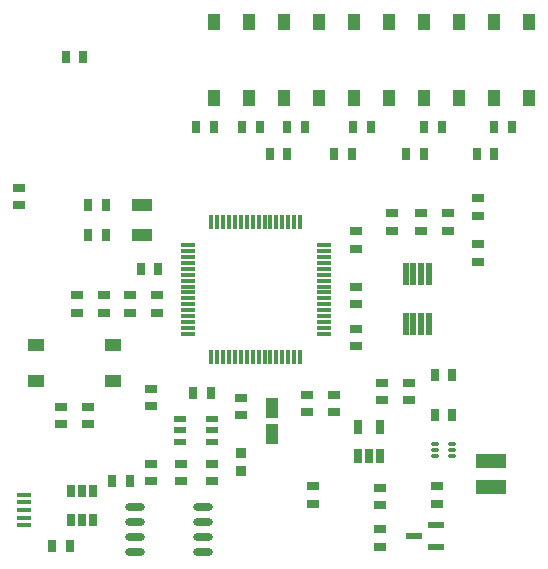
<source format=gtp>
G04*
G04 #@! TF.GenerationSoftware,Altium Limited,Altium Designer,22.8.2 (66)*
G04*
G04 Layer_Color=8421504*
%FSLAX25Y25*%
%MOIN*%
G70*
G04*
G04 #@! TF.SameCoordinates,4F58F9C0-C404-4AA8-A12D-09E9B3034F0A*
G04*
G04*
G04 #@! TF.FilePolarity,Positive*
G04*
G01*
G75*
%ADD18R,0.05512X0.04331*%
%ADD19R,0.02000X0.07700*%
%ADD20R,0.03937X0.03150*%
%ADD21R,0.04331X0.05512*%
%ADD22R,0.03150X0.03937*%
%ADD23R,0.01181X0.04724*%
%ADD24R,0.04724X0.01181*%
%ADD25R,0.07087X0.03937*%
%ADD26R,0.04921X0.01575*%
%ADD27O,0.06693X0.02362*%
%ADD28R,0.02756X0.03937*%
%ADD29R,0.05512X0.02362*%
%ADD30R,0.03543X0.03543*%
G04:AMPARAMS|DCode=31|XSize=26.38mil|YSize=11.81mil|CornerRadius=1.95mil|HoleSize=0mil|Usage=FLASHONLY|Rotation=0.000|XOffset=0mil|YOffset=0mil|HoleType=Round|Shape=RoundedRectangle|*
%AMROUNDEDRECTD31*
21,1,0.02638,0.00791,0,0,0.0*
21,1,0.02248,0.01181,0,0,0.0*
1,1,0.00390,0.01124,-0.00396*
1,1,0.00390,-0.01124,-0.00396*
1,1,0.00390,-0.01124,0.00396*
1,1,0.00390,0.01124,0.00396*
%
%ADD31ROUNDEDRECTD31*%
%ADD32R,0.09843X0.04724*%
%ADD33R,0.02756X0.05118*%
%ADD34R,0.03937X0.02362*%
%ADD35R,0.04331X0.06693*%
D18*
X310705Y290905D02*
D03*
X336295D02*
D03*
X310705Y279095D02*
D03*
X336295D02*
D03*
D19*
X433856Y314794D02*
D03*
X436456D02*
D03*
X439056D02*
D03*
X441656D02*
D03*
Y297994D02*
D03*
X439056D02*
D03*
X436456D02*
D03*
X433856D02*
D03*
D20*
X359000Y251453D02*
D03*
Y245547D02*
D03*
X458000Y324500D02*
D03*
Y318595D02*
D03*
X369500Y251453D02*
D03*
Y245547D02*
D03*
X328000Y264547D02*
D03*
Y270453D02*
D03*
X417256Y296394D02*
D03*
Y290488D02*
D03*
Y310394D02*
D03*
Y304488D02*
D03*
X417500Y328953D02*
D03*
Y323047D02*
D03*
X429500Y334953D02*
D03*
Y329047D02*
D03*
X439000Y334953D02*
D03*
Y329047D02*
D03*
X448000Y334953D02*
D03*
Y329047D02*
D03*
X305000Y337547D02*
D03*
Y343453D02*
D03*
X458000Y339953D02*
D03*
Y334047D02*
D03*
X349000Y251453D02*
D03*
Y245547D02*
D03*
X435000Y272500D02*
D03*
Y278405D02*
D03*
X425500Y243453D02*
D03*
Y237547D02*
D03*
Y229500D02*
D03*
Y223594D02*
D03*
X324250Y301642D02*
D03*
Y307547D02*
D03*
X333189Y301642D02*
D03*
Y307547D02*
D03*
X342129Y301642D02*
D03*
Y307547D02*
D03*
X351068Y301642D02*
D03*
Y307547D02*
D03*
X319000Y264547D02*
D03*
Y270453D02*
D03*
X349000Y276406D02*
D03*
Y270500D02*
D03*
X379000Y273453D02*
D03*
Y267547D02*
D03*
X444500Y238047D02*
D03*
Y243953D02*
D03*
X403000Y238047D02*
D03*
Y243953D02*
D03*
X410000Y274406D02*
D03*
Y268500D02*
D03*
X401000Y274453D02*
D03*
Y268547D02*
D03*
X426000Y278405D02*
D03*
Y272500D02*
D03*
D21*
X475000Y398795D02*
D03*
Y373205D02*
D03*
X463189Y398795D02*
D03*
Y373205D02*
D03*
X451703Y398795D02*
D03*
Y373205D02*
D03*
X439892Y398795D02*
D03*
Y373205D02*
D03*
X416595D02*
D03*
Y398795D02*
D03*
X428406Y373205D02*
D03*
Y398795D02*
D03*
X405108D02*
D03*
Y373205D02*
D03*
X393297Y398795D02*
D03*
Y373205D02*
D03*
X370000D02*
D03*
Y398795D02*
D03*
X381811Y373205D02*
D03*
Y398795D02*
D03*
D22*
X364047Y363500D02*
D03*
X369953D02*
D03*
X388547Y354500D02*
D03*
X394453D02*
D03*
X410000D02*
D03*
X415906D02*
D03*
X434047D02*
D03*
X439953D02*
D03*
X457547D02*
D03*
X463453D02*
D03*
X345563Y316142D02*
D03*
X351468D02*
D03*
X326453Y387000D02*
D03*
X320547D02*
D03*
X322000Y224000D02*
D03*
X316094D02*
D03*
X368953Y275000D02*
D03*
X363047D02*
D03*
X449453Y267500D02*
D03*
X443547D02*
D03*
X463500Y363500D02*
D03*
X469406D02*
D03*
X440000D02*
D03*
X445905D02*
D03*
X416500D02*
D03*
X422405D02*
D03*
X394500D02*
D03*
X400406D02*
D03*
X328063Y337642D02*
D03*
X333968D02*
D03*
X328063Y327642D02*
D03*
X333968D02*
D03*
X379274Y363500D02*
D03*
X385179D02*
D03*
X336024Y245488D02*
D03*
X341929D02*
D03*
X443547Y281000D02*
D03*
X449453D02*
D03*
D23*
X369130Y332087D02*
D03*
X371098D02*
D03*
X373067D02*
D03*
X375035D02*
D03*
X377004D02*
D03*
X378972D02*
D03*
X380941D02*
D03*
X382909D02*
D03*
X384878D02*
D03*
X386846D02*
D03*
X388815D02*
D03*
X390783D02*
D03*
X392752D02*
D03*
X394720D02*
D03*
X396689D02*
D03*
X398657D02*
D03*
Y286811D02*
D03*
X396689D02*
D03*
X394720D02*
D03*
X392752D02*
D03*
X390783D02*
D03*
X388815D02*
D03*
X386846D02*
D03*
X384878D02*
D03*
X382909D02*
D03*
X380941D02*
D03*
X378972D02*
D03*
X377004D02*
D03*
X375035D02*
D03*
X373067D02*
D03*
X371098D02*
D03*
X369130D02*
D03*
D24*
X406531Y324213D02*
D03*
Y322244D02*
D03*
Y320276D02*
D03*
Y318307D02*
D03*
Y316339D02*
D03*
Y314370D02*
D03*
Y312402D02*
D03*
Y310433D02*
D03*
Y308465D02*
D03*
Y306496D02*
D03*
Y304528D02*
D03*
Y302559D02*
D03*
Y300590D02*
D03*
Y298622D02*
D03*
Y296654D02*
D03*
Y294685D02*
D03*
X361256D02*
D03*
Y296654D02*
D03*
Y298622D02*
D03*
Y300590D02*
D03*
Y302559D02*
D03*
Y304528D02*
D03*
Y306496D02*
D03*
Y308465D02*
D03*
Y310433D02*
D03*
Y312402D02*
D03*
Y314370D02*
D03*
Y316339D02*
D03*
Y318307D02*
D03*
Y320276D02*
D03*
Y322244D02*
D03*
Y324213D02*
D03*
D25*
X345969Y327642D02*
D03*
Y337484D02*
D03*
D26*
X306598Y230882D02*
D03*
Y233441D02*
D03*
Y236000D02*
D03*
Y238559D02*
D03*
Y241118D02*
D03*
D27*
X343583Y237000D02*
D03*
Y232000D02*
D03*
Y227000D02*
D03*
Y222000D02*
D03*
X366417Y237000D02*
D03*
Y232000D02*
D03*
Y227000D02*
D03*
Y222000D02*
D03*
D28*
X322260Y232776D02*
D03*
X326000D02*
D03*
X329740D02*
D03*
Y242224D02*
D03*
X326000D02*
D03*
X322260D02*
D03*
D29*
X436520Y227240D02*
D03*
X444000Y230980D02*
D03*
Y223500D02*
D03*
D30*
X379000Y249047D02*
D03*
Y254953D02*
D03*
D31*
X449413Y257968D02*
D03*
Y256000D02*
D03*
Y254031D02*
D03*
X443587D02*
D03*
Y256000D02*
D03*
Y257968D02*
D03*
D32*
X462500Y252331D02*
D03*
Y243669D02*
D03*
D33*
X418000Y254051D02*
D03*
X421740D02*
D03*
X425480D02*
D03*
Y263500D02*
D03*
X418000D02*
D03*
D34*
X358685Y258760D02*
D03*
Y262500D02*
D03*
Y266240D02*
D03*
X369315D02*
D03*
Y262500D02*
D03*
Y258760D02*
D03*
D35*
X389500Y261169D02*
D03*
Y269831D02*
D03*
M02*

</source>
